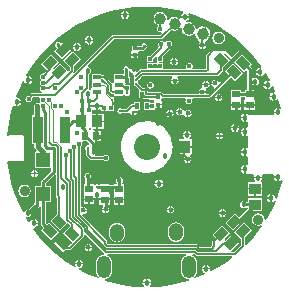
<source format=gbl>
G04 Layer_Physical_Order=4*
G04 Layer_Color=16711680*
%FSLAX25Y25*%
%MOIN*%
G70*
G01*
G75*
%ADD12R,0.01260X0.01260*%
%ADD13R,0.01260X0.01260*%
%ADD14R,0.02520X0.02362*%
%ADD15R,0.02362X0.02520*%
%ADD16R,0.01181X0.01378*%
%ADD17R,0.01378X0.01181*%
%ADD43C,0.00500*%
%ADD44C,0.01000*%
%ADD45C,0.00400*%
%ADD47C,0.00800*%
%ADD48C,0.00700*%
%ADD49C,0.00600*%
%ADD53C,0.03598*%
%ADD54O,0.04921X0.05906*%
%ADD55O,0.04823X0.07480*%
%ADD56C,0.01800*%
%ADD57C,0.01600*%
%ADD58C,0.01000*%
%ADD59C,0.01300*%
%ADD60C,0.01575*%
%ADD61C,0.02800*%
%ADD62C,0.02600*%
%ADD63R,0.03543X0.03937*%
G04:AMPARAMS|DCode=64|XSize=39.37mil|YSize=31.5mil|CornerRadius=0mil|HoleSize=0mil|Usage=FLASHONLY|Rotation=315.000|XOffset=0mil|YOffset=0mil|HoleType=Round|Shape=Rectangle|*
%AMROTATEDRECTD64*
4,1,4,-0.02506,0.00278,-0.00278,0.02506,0.02506,-0.00278,0.00278,-0.02506,-0.02506,0.00278,0.0*
%
%ADD64ROTATEDRECTD64*%

G04:AMPARAMS|DCode=65|XSize=39.37mil|YSize=31.5mil|CornerRadius=0mil|HoleSize=0mil|Usage=FLASHONLY|Rotation=45.000|XOffset=0mil|YOffset=0mil|HoleType=Round|Shape=Rectangle|*
%AMROTATEDRECTD65*
4,1,4,-0.00278,-0.02506,-0.02506,-0.00278,0.00278,0.02506,0.02506,0.00278,-0.00278,-0.02506,0.0*
%
%ADD65ROTATEDRECTD65*%

%ADD66R,0.03937X0.03543*%
%ADD67R,0.04000X0.04000*%
%ADD68C,0.08700*%
%ADD69R,0.03347X0.09055*%
%ADD70R,0.02598X0.01575*%
%ADD71R,0.04724X0.04921*%
%ADD72R,0.01575X0.01969*%
%ADD73R,0.01417X0.01969*%
%ADD74C,0.03937*%
%ADD75C,0.01500*%
G36*
X4074Y46564D02*
X8117Y46032D01*
X12098Y45149D01*
X12159Y45130D01*
X12154Y44677D01*
X12142Y44611D01*
X11691Y44309D01*
X11381Y43846D01*
X11322Y43550D01*
X14078D01*
X14019Y43846D01*
X13872Y44065D01*
X14191Y44489D01*
X15987Y43923D01*
X19754Y42362D01*
X23371Y40479D01*
X26810Y38289D01*
X30045Y35806D01*
X33051Y33051D01*
X35806Y30045D01*
X38289Y26810D01*
X38325Y26753D01*
X38150Y26497D01*
Y24900D01*
Y23522D01*
X38446Y23581D01*
X38909Y23891D01*
X39219Y24354D01*
X39229Y24404D01*
X39758Y24503D01*
X40479Y23371D01*
X40999Y22372D01*
X40652Y21958D01*
X40550Y21978D01*
Y20600D01*
Y19222D01*
X40846Y19281D01*
X41309Y19591D01*
X41619Y20054D01*
X41625Y20087D01*
X42150Y20162D01*
X42362Y19754D01*
X42827Y18632D01*
X42550Y18295D01*
Y16800D01*
Y15422D01*
X42846Y15481D01*
X43309Y15791D01*
X43404Y15933D01*
X43658Y15959D01*
X43961Y15866D01*
X44835Y13093D01*
X44411Y12776D01*
X44346Y12819D01*
X44050Y12878D01*
Y11500D01*
X43800D01*
Y11250D01*
X42422D01*
X42472Y11000D01*
X42452Y10870D01*
X42254Y10500D01*
X34016Y10500D01*
X33809Y10809D01*
X33346Y11119D01*
X33050Y11178D01*
Y9800D01*
Y8422D01*
X33289Y8470D01*
X33450Y8428D01*
X33789Y8247D01*
Y6653D01*
X33450Y6472D01*
X33289Y6430D01*
X33050Y6478D01*
Y5100D01*
Y3722D01*
X33289Y3770D01*
X33450Y3728D01*
X33789Y3547D01*
Y-147D01*
X33450Y-328D01*
X33289Y-370D01*
X33050Y-322D01*
Y-1700D01*
Y-3078D01*
X33289Y-3030D01*
X33450Y-3072D01*
X33789Y-3253D01*
Y-5947D01*
X33450Y-6128D01*
X33289Y-6170D01*
X33050Y-6122D01*
Y-7500D01*
Y-8878D01*
X33289Y-8830D01*
X33450Y-8872D01*
X33789Y-9053D01*
Y-9185D01*
X35493D01*
X35774Y-9643D01*
X35775Y-9685D01*
X35722Y-9950D01*
X38478D01*
X38425Y-9685D01*
X38425Y-9643D01*
X38707Y-9185D01*
X42172Y-9185D01*
X42455Y-9685D01*
X42422Y-9850D01*
X43800D01*
Y-10100D01*
X44050D01*
Y-11478D01*
X44346Y-11419D01*
X44809Y-11109D01*
X44879Y-11005D01*
X45347Y-11205D01*
X45149Y-12098D01*
X43923Y-15987D01*
X43376Y-17306D01*
X42896Y-17160D01*
X42927Y-17000D01*
X42819Y-16454D01*
X42509Y-15991D01*
X42046Y-15681D01*
X41750Y-15622D01*
Y-17000D01*
Y-18378D01*
X42046Y-18319D01*
X42509Y-18009D01*
X42600Y-17874D01*
X43043Y-18111D01*
X42362Y-19754D01*
X40479Y-23371D01*
X39804Y-24431D01*
X39332Y-24241D01*
X39340Y-24200D01*
X39177Y-23381D01*
X38713Y-22686D01*
X38019Y-22223D01*
X37200Y-22060D01*
X36381Y-22223D01*
X35686Y-22686D01*
X35223Y-23381D01*
X35060Y-24200D01*
X35223Y-25019D01*
X35686Y-25714D01*
X36381Y-26177D01*
X37200Y-26340D01*
X38019Y-26177D01*
X38158Y-26085D01*
X38523Y-26442D01*
X38289Y-26810D01*
X35806Y-30045D01*
X33312Y-32767D01*
X32812Y-32573D01*
Y-29988D01*
X35092Y-27708D01*
X32441Y-25057D01*
X29233Y-28265D01*
X31513Y-30545D01*
Y-32669D01*
X29131Y-35051D01*
X28403D01*
X28212Y-34589D01*
X30916Y-31884D01*
X28265Y-29232D01*
X26286Y-31211D01*
X26191Y-31192D01*
X26026Y-30650D01*
X27854Y-28822D01*
X25203Y-26170D01*
X21994Y-29379D01*
X22861Y-30245D01*
X22141Y-30965D01*
X21951Y-31424D01*
Y-32731D01*
X21431Y-33251D01*
X17869D01*
X17159Y-32541D01*
X16700Y-32351D01*
X-9744D01*
X-9776Y-31851D01*
X-9122Y-31764D01*
X-8450Y-31486D01*
X-7874Y-31044D01*
X-7431Y-30467D01*
X-7153Y-29796D01*
X-7058Y-29075D01*
Y-28091D01*
X-7153Y-27370D01*
X-7431Y-26698D01*
X-7874Y-26122D01*
X-8450Y-25679D01*
X-9122Y-25401D01*
X-9843Y-25306D01*
X-10563Y-25401D01*
X-11235Y-25679D01*
X-11811Y-26122D01*
X-12254Y-26698D01*
X-12532Y-27370D01*
X-12627Y-28091D01*
Y-29075D01*
X-12532Y-29796D01*
X-12254Y-30467D01*
X-11811Y-31044D01*
X-11235Y-31486D01*
X-10563Y-31764D01*
X-9909Y-31851D01*
X-9941Y-32351D01*
X-12885D01*
X-13078Y-32158D01*
Y-31554D01*
X-13268Y-31095D01*
X-21396Y-22968D01*
X-21149Y-22507D01*
X-21111Y-22514D01*
X-20604Y-22413D01*
X-20174Y-22126D01*
X-19886Y-21696D01*
X-19835Y-21439D01*
X-21111D01*
Y-21189D01*
X-21361D01*
Y-19913D01*
X-21526Y-19946D01*
X-22026Y-19681D01*
Y160D01*
X-21807Y307D01*
X-21564Y671D01*
X-21478Y1100D01*
X-21564Y1529D01*
X-21571Y1540D01*
X-21304Y2040D01*
X-20005D01*
X-19140Y1176D01*
X-19289Y644D01*
X-19341Y617D01*
X-19600Y669D01*
X-19971Y595D01*
X-20285Y385D01*
X-20495Y71D01*
X-20569Y-300D01*
X-20495Y-671D01*
X-20285Y-985D01*
X-20195Y-1045D01*
Y-2600D01*
X-20021Y-3021D01*
X-19021Y-4021D01*
X-18600Y-4195D01*
X-14425D01*
X-14293Y-4393D01*
X-13929Y-4636D01*
X-13500Y-4721D01*
X-13071Y-4636D01*
X-12707Y-4393D01*
X-12464Y-4029D01*
X-12378Y-3600D01*
X-12464Y-3171D01*
X-12707Y-2807D01*
X-13071Y-2564D01*
X-13500Y-2479D01*
X-13929Y-2564D01*
X-14293Y-2807D01*
X-14425Y-3005D01*
X-17106D01*
X-17241Y-2750D01*
X-17303Y-2505D01*
X-17130Y-2245D01*
X-17057Y-1875D01*
X-17130Y-1504D01*
X-17210Y-1386D01*
Y1214D01*
X-17210Y1214D01*
X-17235Y1340D01*
X-17039Y1657D01*
Y3600D01*
Y5360D01*
X-17437D01*
X-17729Y5860D01*
X-17632Y6032D01*
X-16692D01*
Y8500D01*
Y10968D01*
X-17793D01*
X-18168Y11270D01*
X-18168Y11468D01*
Y12277D01*
X-17872Y12415D01*
X-17668Y12463D01*
X-17246Y12181D01*
X-16950Y12122D01*
Y13500D01*
X-16450D01*
Y12122D01*
X-16154Y12181D01*
X-15691Y12491D01*
X-15672Y12519D01*
X-15172Y12367D01*
Y11911D01*
X-14331D01*
Y13100D01*
X-13831D01*
Y11911D01*
X-13027D01*
X-12991Y11911D01*
X-12573Y12111D01*
X-12490Y12111D01*
X-10828D01*
Y14089D01*
X-11159D01*
Y15019D01*
X-11015Y15115D01*
X-10805Y15429D01*
X-10731Y15800D01*
X-10805Y16171D01*
X-11015Y16485D01*
X-11329Y16695D01*
X-11700Y16769D01*
X-11869Y16735D01*
X-13159Y18024D01*
Y20100D01*
X-13159Y20100D01*
X-13317Y20483D01*
X-13317Y20483D01*
X-13917Y21083D01*
X-14300Y21241D01*
X-14300Y21241D01*
X-14689D01*
X-14968Y21521D01*
X-15043Y21741D01*
Y22172D01*
X-15043Y22287D01*
Y22511D01*
X-14543Y22601D01*
X-12395Y20453D01*
Y18600D01*
X-12221Y18179D01*
X-11762Y17720D01*
X-11341Y17546D01*
X-10958D01*
Y17053D01*
X-7759D01*
Y17216D01*
X-7668Y17287D01*
X-7085Y17315D01*
X-6771Y17105D01*
X-6400Y17031D01*
X-6029Y17105D01*
X-5715Y17315D01*
X-5505Y17629D01*
X-5431Y18000D01*
X-5497Y18328D01*
X-5493Y18362D01*
X-5411Y18828D01*
X-5411D01*
Y20609D01*
X-6989D01*
X-7037Y20691D01*
X-6752Y21191D01*
X-5411D01*
Y22972D01*
X-5599D01*
X-5646Y23212D01*
X-5823Y23477D01*
X-5943Y23597D01*
Y25149D01*
X-5443Y25198D01*
X-5442Y25191D01*
X-5221Y24860D01*
X-4890Y24639D01*
X-4548Y24571D01*
X-4382Y24345D01*
X-4254Y24112D01*
X-4316Y23800D01*
X-4254Y23488D01*
X-4241Y23469D01*
X-4118Y23100D01*
X-4241Y22731D01*
X-4254Y22712D01*
X-4316Y22400D01*
X-4254Y22088D01*
X-4077Y21823D01*
Y21577D01*
X-4254Y21312D01*
X-4316Y21000D01*
X-4254Y20688D01*
X-4077Y20423D01*
X-3812Y20246D01*
X-3533Y20191D01*
X-2443Y19101D01*
X-2587Y18753D01*
X-2587D01*
Y16184D01*
X-1058D01*
X-934Y16060D01*
X-513Y15886D01*
X633D01*
X693Y15796D01*
X1007Y15586D01*
X1378Y15513D01*
X1749Y15586D01*
X1963Y15729D01*
X2443Y15678D01*
X2546Y15646D01*
X2696Y15386D01*
X2611Y15210D01*
X2611Y15173D01*
Y14903D01*
X2111Y14580D01*
X1900Y14622D01*
X1584Y14559D01*
X1084Y14816D01*
Y14816D01*
X-934D01*
Y12247D01*
X1084D01*
X1084Y12247D01*
X1584Y12441D01*
X1900Y12378D01*
X2329Y12464D01*
X2693Y12707D01*
X2908Y13028D01*
X3550D01*
Y14119D01*
X3800D01*
Y14369D01*
X4989D01*
Y15173D01*
X4989Y15210D01*
X4789Y15627D01*
X4789Y15710D01*
Y16062D01*
X5289Y16396D01*
X5388Y16355D01*
X12797D01*
X13064Y15855D01*
X13014Y15779D01*
X12928Y15350D01*
X13014Y14921D01*
X13257Y14557D01*
X13621Y14314D01*
X14050Y14229D01*
X14479Y14314D01*
X14843Y14557D01*
X15086Y14921D01*
X15171Y15350D01*
X15086Y15779D01*
X15036Y15855D01*
X15303Y16355D01*
X20950D01*
X21371Y16529D01*
X28108Y23266D01*
X29379Y21994D01*
X32030Y24646D01*
X28822Y27854D01*
X26170Y25203D01*
X27266Y24107D01*
X24673Y21515D01*
X24130Y21679D01*
X24125Y21707D01*
X23837Y22137D01*
X23407Y22425D01*
X23150Y22476D01*
Y21200D01*
X22900D01*
Y20950D01*
X21624D01*
X21675Y20693D01*
X21963Y20263D01*
X22393Y19975D01*
X22421Y19970D01*
X22585Y19427D01*
X20703Y17545D01*
X20215D01*
X19875Y18045D01*
X19876Y18050D01*
X17324D01*
X17325Y18045D01*
X16985Y17545D01*
X5635D01*
X5138Y18043D01*
X4717Y18217D01*
X2883D01*
X2831Y18195D01*
X2071D01*
X1875Y18276D01*
X881D01*
X433Y18596D01*
Y18681D01*
X258Y19102D01*
X-64Y19424D01*
X-485Y19598D01*
X-1256D01*
X-2691Y21033D01*
X-2746Y21312D01*
X-2923Y21577D01*
Y21823D01*
X-2746Y22088D01*
X-2703Y22305D01*
X-2644Y22329D01*
X-2029Y22944D01*
X-1969Y23089D01*
X-1429Y23629D01*
X8448D01*
X8600Y23129D01*
X8463Y23037D01*
X8175Y22607D01*
X8124Y22350D01*
X10676D01*
X10625Y22607D01*
X10337Y23037D01*
X10200Y23129D01*
X10352Y23629D01*
X23424D01*
X23845Y23803D01*
X25345Y25303D01*
X25520Y25724D01*
Y26487D01*
X27854Y28822D01*
X25934Y30742D01*
X26098Y31284D01*
X26194Y31304D01*
X28265Y29233D01*
X30916Y31884D01*
X27708Y35092D01*
X25374Y32758D01*
X22162D01*
X21741Y32583D01*
X19979Y30821D01*
X19805Y30400D01*
Y26047D01*
X19653Y25895D01*
X15545D01*
X15277Y26395D01*
X15311Y26446D01*
X15396Y26875D01*
X15311Y27304D01*
X15068Y27668D01*
X14704Y27911D01*
X14275Y27996D01*
X13846Y27911D01*
X13482Y27668D01*
X13239Y27304D01*
X13153Y26875D01*
X13239Y26446D01*
X13272Y26395D01*
X13005Y25895D01*
X5834D01*
X5389Y26028D01*
Y27809D01*
X3753D01*
X3704Y27891D01*
X3984Y28391D01*
X5389D01*
Y30146D01*
X7721Y32478D01*
X7895Y32899D01*
Y33475D01*
X8093Y33607D01*
X8336Y33971D01*
X8422Y34400D01*
X8336Y34829D01*
X8093Y35193D01*
X7729Y35436D01*
X7300Y35522D01*
X6871Y35436D01*
X6507Y35193D01*
X6359Y34972D01*
X5886Y34925D01*
X5789Y34950D01*
X5693Y35093D01*
X5329Y35336D01*
X4900Y35422D01*
X4896Y35893D01*
X5133Y35941D01*
X5365Y36095D01*
X8292Y39022D01*
X8524Y38882D01*
X9416Y38744D01*
X10293Y38959D01*
X11020Y39492D01*
X11308Y39967D01*
X11787Y39792D01*
X11703Y39244D01*
X11917Y38368D01*
X12451Y37640D01*
X13223Y37172D01*
X14114Y37034D01*
X14991Y37249D01*
X15719Y37782D01*
X15735Y37810D01*
X16215Y37635D01*
X16197Y37525D01*
X16431Y36571D01*
X17012Y35779D01*
X17620Y35410D01*
X17663Y34840D01*
X17659Y34832D01*
X17375Y34407D01*
X17324Y34150D01*
X19876D01*
X19825Y34407D01*
X19570Y34789D01*
X19607Y35059D01*
X19694Y35334D01*
X19776Y35354D01*
X20568Y35934D01*
X20945Y36556D01*
X18627Y37400D01*
X18712Y37635D01*
X18477Y37720D01*
X19321Y40039D01*
X18602Y40149D01*
X17648Y39916D01*
X16856Y39335D01*
X16798Y39240D01*
X16319Y39414D01*
X16324Y39446D01*
X16110Y40322D01*
X15576Y41050D01*
X14805Y41518D01*
X13913Y41656D01*
X13404Y41531D01*
X13246Y41981D01*
X13709Y42291D01*
X14019Y42754D01*
X14078Y43050D01*
X11322D01*
X11336Y42981D01*
X10912Y42777D01*
X10869Y42766D01*
X10106Y43229D01*
X9214Y43366D01*
X8338Y43151D01*
X7610Y42618D01*
X7322Y42143D01*
X6843Y42318D01*
X6927Y42866D01*
X6713Y43743D01*
X6179Y44470D01*
X5408Y44939D01*
X4516Y45076D01*
X3639Y44861D01*
X2911Y44328D01*
X2443Y43556D01*
X2306Y42664D01*
X2520Y41788D01*
X3054Y41060D01*
X3657Y40694D01*
X3718Y40491D01*
X3759Y40189D01*
X3745Y40100D01*
X3564Y39829D01*
X3478Y39400D01*
X3564Y38971D01*
X3807Y38607D01*
X4171Y38364D01*
X4600Y38278D01*
X4877Y38334D01*
X5123Y37873D01*
X4564Y37314D01*
X-11100D01*
X-11373Y37259D01*
X-11605Y37105D01*
X-24087Y24623D01*
X-24465Y24917D01*
X-24275Y25376D01*
Y27098D01*
X-21994Y29379D01*
X-24646Y32030D01*
X-27854Y28822D01*
X-25574Y26542D01*
Y25645D01*
X-25771Y25447D01*
X-26170Y25203D01*
X-28822Y27854D01*
X-30744Y25931D01*
X-31267Y26116D01*
X-31278Y26220D01*
X-29233Y28265D01*
X-31884Y30916D01*
X-35092Y27708D01*
X-33100Y25716D01*
X-34319Y24496D01*
X-34553Y24543D01*
X-34982Y24457D01*
X-35346Y24214D01*
X-35589Y23851D01*
X-35674Y23421D01*
X-35589Y22992D01*
X-35346Y22628D01*
Y22246D01*
X-35589Y21882D01*
X-35674Y21453D01*
X-35589Y21024D01*
X-35346Y20660D01*
Y20277D01*
X-35589Y19914D01*
X-35674Y19484D01*
X-35589Y19055D01*
X-35346Y18691D01*
X-34982Y18448D01*
X-34809Y18414D01*
X-34859Y17914D01*
X-38100D01*
X-38373Y17859D01*
X-38605Y17705D01*
X-39206Y17103D01*
X-39300Y17121D01*
X-39729Y17036D01*
X-40093Y16793D01*
X-40336Y16429D01*
X-40422Y16000D01*
X-40336Y15571D01*
X-40093Y15207D01*
X-39729Y14964D01*
X-39300Y14878D01*
X-38871Y14964D01*
X-38507Y15207D01*
X-38264Y15571D01*
X-38178Y16000D01*
X-38197Y16094D01*
X-37804Y16486D01*
X-35850D01*
X-35582Y15986D01*
X-35589Y15976D01*
X-35674Y15547D01*
X-35589Y15118D01*
X-35526Y15024D01*
X-35645Y14671D01*
X-35998Y14552D01*
X-36092Y14615D01*
X-36521Y14700D01*
X-36950Y14615D01*
X-37314Y14372D01*
X-37557Y14008D01*
X-37643Y13579D01*
X-37592Y13322D01*
Y10628D01*
X-38301D01*
Y972D01*
X-37398D01*
Y128D01*
X-37317Y-282D01*
X-37085Y-630D01*
X-36645Y-1069D01*
X-36837Y-1531D01*
X-37162D01*
Y-7052D01*
X-31838D01*
X-31716Y-7501D01*
Y-7862D01*
X-35077Y-11223D01*
X-35254Y-11488D01*
X-35316Y-11800D01*
X-35316Y-11800D01*
Y-12948D01*
X-37162D01*
Y-17260D01*
X-37254Y-17397D01*
X-37316Y-17709D01*
Y-18827D01*
X-37412Y-18846D01*
X-37677Y-19023D01*
X-37677Y-19023D01*
X-39542Y-20888D01*
X-39600Y-20877D01*
X-40068Y-20970D01*
X-40465Y-21235D01*
X-40730Y-21632D01*
X-40756Y-21758D01*
X-41280Y-21833D01*
X-42362Y-19754D01*
X-43923Y-15987D01*
X-45149Y-12098D01*
X-46032Y-8117D01*
X-46455Y-4900D01*
X-45987Y-4628D01*
X-45906Y-4662D01*
X-41181D01*
X-40951Y-4567D01*
X-40856Y-4337D01*
Y3537D01*
X-40951Y3767D01*
X-41181Y3862D01*
X-45906D01*
X-46076Y3791D01*
X-46568Y3987D01*
X-46564Y4074D01*
X-46032Y8117D01*
X-45149Y12098D01*
X-44652Y13673D01*
X-44077Y13835D01*
X-43846Y13681D01*
X-43550Y13622D01*
Y15000D01*
X-43300D01*
Y15250D01*
X-41922D01*
X-41981Y15546D01*
X-42291Y16009D01*
X-42754Y16319D01*
X-43207Y16409D01*
X-43567Y16845D01*
X-42362Y19754D01*
X-41253Y21885D01*
X-40728Y21811D01*
X-40725Y21793D01*
X-40437Y21363D01*
X-40007Y21075D01*
X-39750Y21024D01*
Y22300D01*
Y23576D01*
X-39757Y23574D01*
X-40064Y24023D01*
X-38289Y26810D01*
X-35806Y30045D01*
X-33051Y33051D01*
X-30045Y35806D01*
X-26810Y38289D01*
X-23371Y40479D01*
X-19754Y42362D01*
X-15987Y43923D01*
X-12098Y45149D01*
X-8117Y46032D01*
X-4074Y46564D01*
X0Y46742D01*
X4074Y46564D01*
D02*
G37*
G36*
X4723Y35386D02*
X4471Y35336D01*
X4107Y35093D01*
X3864Y34729D01*
X3779Y34300D01*
X3864Y33871D01*
X4107Y33507D01*
X3961Y33003D01*
X1149Y30191D01*
X111D01*
Y28409D01*
X2089D01*
Y29447D01*
X2980Y30338D01*
X3411Y30062D01*
Y28409D01*
X3409Y28405D01*
X3192Y27981D01*
X2800Y28059D01*
X2517Y28003D01*
X2371Y27974D01*
X2089Y27828D01*
Y27828D01*
X2089Y27828D01*
X111D01*
Y26047D01*
X-326Y25895D01*
X-2000D01*
X-2421Y25721D01*
X-3106Y25036D01*
X-3533Y25316D01*
X-3530Y25331D01*
X-4500D01*
Y25581D01*
X-4750D01*
Y26551D01*
X-4890Y26523D01*
X-5221Y26302D01*
X-5359Y26095D01*
X-5377Y26095D01*
X-5859Y26241D01*
X-5905Y26471D01*
X-6115Y26785D01*
X-6429Y26995D01*
X-6800Y27069D01*
X-7171Y26995D01*
X-7485Y26785D01*
X-7695Y26471D01*
X-7769Y26100D01*
X-7695Y25729D01*
X-7575Y25550D01*
Y24770D01*
X-7759Y24346D01*
X-10958D01*
Y22287D01*
X-10958Y22172D01*
Y21787D01*
X-10958Y21672D01*
Y21353D01*
X-11087Y21282D01*
X-11457Y21199D01*
X-13938Y23680D01*
X-14359Y23854D01*
X-15043D01*
Y24346D01*
X-18241D01*
Y22287D01*
X-18241Y22172D01*
Y21787D01*
X-18241Y21672D01*
Y19846D01*
X-18441Y19428D01*
X-18441Y19301D01*
X-18899Y19076D01*
X-19131Y19376D01*
X-19086Y19600D01*
Y24367D01*
X-18835Y24535D01*
X-18570Y24932D01*
X-18476Y25400D01*
X-18570Y25868D01*
X-18835Y26265D01*
X-19232Y26530D01*
X-19416Y26567D01*
X-19581Y27110D01*
X-10804Y35886D01*
X4673D01*
X4723Y35386D01*
D02*
G37*
G36*
X-30349Y-9456D02*
Y-16100D01*
X-30159Y-16559D01*
X-29750Y-16969D01*
Y-22366D01*
X-32030Y-24646D01*
X-28822Y-27854D01*
X-26293Y-25325D01*
X-25574Y-26045D01*
Y-26541D01*
X-27854Y-28822D01*
X-24797Y-31879D01*
X-25208Y-32289D01*
X-28265Y-29233D01*
X-30916Y-31884D01*
X-27708Y-35092D01*
X-26814Y-34198D01*
X-26449Y-34349D01*
X-25700D01*
X-25241Y-34159D01*
X-21141Y-30059D01*
X-20951Y-29600D01*
Y-29321D01*
X-20489Y-29130D01*
X-14163Y-35456D01*
X-14164Y-35521D01*
X-14175Y-35590D01*
X-14304Y-35954D01*
X-14881Y-36030D01*
X-15541Y-36303D01*
X-16107Y-36737D01*
X-16542Y-37304D01*
X-16815Y-37963D01*
X-16908Y-38671D01*
Y-41329D01*
X-16815Y-42037D01*
X-16542Y-42696D01*
X-16107Y-43262D01*
X-15911Y-43413D01*
X-16163Y-43850D01*
X-19754Y-42362D01*
X-22797Y-40778D01*
X-22630Y-40302D01*
X-22500Y-40327D01*
X-21954Y-40219D01*
X-21491Y-39909D01*
X-21181Y-39446D01*
X-21122Y-39150D01*
X-23878D01*
X-23819Y-39446D01*
X-23638Y-39716D01*
X-23996Y-40082D01*
X-26810Y-38289D01*
X-30045Y-35806D01*
X-33051Y-33051D01*
X-35806Y-30045D01*
X-37845Y-27389D01*
X-37600Y-26927D01*
X-37054Y-26819D01*
X-36591Y-26509D01*
X-36281Y-26046D01*
X-36222Y-25750D01*
X-37600D01*
Y-25500D01*
X-37850D01*
Y-24122D01*
X-38146Y-24181D01*
X-38609Y-24491D01*
X-38898Y-24923D01*
X-39087Y-24970D01*
X-39439Y-25005D01*
X-40298Y-23656D01*
X-40219Y-23509D01*
X-39963Y-23251D01*
X-39600Y-23324D01*
X-39132Y-23230D01*
X-38735Y-22965D01*
X-38470Y-22568D01*
X-38377Y-22100D01*
X-38388Y-22042D01*
X-36762Y-20416D01*
X-36500D01*
X-36188Y-20354D01*
X-35923Y-20177D01*
X-35816Y-20016D01*
X-35316Y-20115D01*
Y-25649D01*
X-35316Y-25649D01*
X-35254Y-25961D01*
X-35077Y-26226D01*
X-34343Y-26959D01*
X-35092Y-27708D01*
X-31884Y-30916D01*
X-29233Y-28265D01*
X-32441Y-25057D01*
X-33190Y-25806D01*
X-33684Y-25311D01*
Y-18469D01*
X-31838D01*
Y-12948D01*
X-33684D01*
Y-12138D01*
X-30811Y-9265D01*
X-30349Y-9456D01*
D02*
G37*
G36*
X16395Y-36159D02*
X16854Y-36349D01*
X28559D01*
X28720Y-36823D01*
X26810Y-38289D01*
X23371Y-40479D01*
X21523Y-41442D01*
X21279Y-41263D01*
X21132Y-41082D01*
X21178Y-40850D01*
X18422D01*
X18481Y-41146D01*
X18791Y-41609D01*
X19254Y-41919D01*
X19433Y-41954D01*
X19484Y-42474D01*
X16158Y-43852D01*
X15905Y-43415D01*
X16107Y-43261D01*
X16542Y-42694D01*
X16815Y-42035D01*
X16908Y-41327D01*
Y-38669D01*
X16815Y-37962D01*
X16542Y-37302D01*
X16107Y-36735D01*
X15541Y-36301D01*
X15230Y-36172D01*
X15329Y-35672D01*
X15908D01*
X16395Y-36159D01*
D02*
G37*
G36*
X13116Y-36172D02*
X12806Y-36301D01*
X12239Y-36735D01*
X11805Y-37302D01*
X11532Y-37962D01*
X11438Y-38669D01*
Y-41327D01*
X11532Y-42035D01*
X11805Y-42694D01*
X12239Y-43261D01*
X12806Y-43695D01*
X13465Y-43968D01*
X13969Y-44035D01*
X14014Y-44545D01*
X12098Y-45149D01*
X8117Y-46032D01*
X4074Y-46564D01*
X1190Y-46690D01*
X1033Y-46271D01*
X1018Y-46197D01*
X1319Y-45746D01*
X1378Y-45450D01*
X-1378D01*
X-1319Y-45746D01*
X-1018Y-46197D01*
X-1033Y-46271D01*
X-1190Y-46690D01*
X-4074Y-46564D01*
X-8117Y-46032D01*
X-12098Y-45149D01*
X-14009Y-44546D01*
X-13965Y-44036D01*
X-13465Y-43970D01*
X-12806Y-43697D01*
X-12239Y-43262D01*
X-11805Y-42696D01*
X-11532Y-42037D01*
X-11438Y-41329D01*
Y-38671D01*
X-11532Y-37963D01*
X-11805Y-37304D01*
X-12239Y-36737D01*
X-12806Y-36303D01*
X-13121Y-36172D01*
X-13022Y-35672D01*
X13017D01*
X13116Y-36172D01*
D02*
G37*
%LPC*%
G36*
X-6950Y45478D02*
Y44350D01*
X-5822D01*
X-5881Y44646D01*
X-6191Y45109D01*
X-6654Y45419D01*
X-6950Y45478D01*
D02*
G37*
G36*
X-7450D02*
X-7746Y45419D01*
X-8209Y45109D01*
X-8519Y44646D01*
X-8578Y44350D01*
X-7450D01*
Y45478D01*
D02*
G37*
G36*
X-5822Y43850D02*
X-6950D01*
Y42722D01*
X-6654Y42781D01*
X-6191Y43091D01*
X-5881Y43554D01*
X-5822Y43850D01*
D02*
G37*
G36*
X-7450D02*
X-8578D01*
X-8519Y43554D01*
X-8209Y43091D01*
X-7746Y42781D01*
X-7450Y42722D01*
Y43850D01*
D02*
G37*
G36*
X19791Y39868D02*
X19032Y37784D01*
X21116Y37026D01*
X21226Y37745D01*
X20993Y38699D01*
X20412Y39491D01*
X19791Y39868D01*
D02*
G37*
G36*
X-18850Y36878D02*
Y35750D01*
X-17722D01*
X-17781Y36046D01*
X-18091Y36509D01*
X-18554Y36819D01*
X-18850Y36878D01*
D02*
G37*
G36*
X-19350D02*
X-19646Y36819D01*
X-20109Y36509D01*
X-20419Y36046D01*
X-20478Y35750D01*
X-19350D01*
Y36878D01*
D02*
G37*
G36*
X-27708Y35092D02*
X-28320Y34480D01*
X-28703Y34540D01*
X-28886Y34621D01*
X-29023Y34827D01*
X-29288Y35004D01*
X-29600Y35066D01*
X-29912Y35004D01*
X-30177Y34827D01*
X-30354Y34562D01*
X-30416Y34250D01*
Y33776D01*
X-30416Y33776D01*
X-30354Y33464D01*
X-30177Y33199D01*
X-29889Y32911D01*
X-30916Y31884D01*
X-28265Y29233D01*
X-25057Y32441D01*
X-27708Y35092D01*
D02*
G37*
G36*
X24100Y38440D02*
X23281Y38277D01*
X22587Y37813D01*
X22123Y37119D01*
X21960Y36300D01*
X22123Y35481D01*
X22587Y34786D01*
X23281Y34323D01*
X24100Y34160D01*
X24919Y34323D01*
X25613Y34786D01*
X26077Y35481D01*
X26240Y36300D01*
X26077Y37119D01*
X25613Y37813D01*
X24919Y38277D01*
X24100Y38440D01*
D02*
G37*
G36*
X-17722Y35250D02*
X-18850D01*
Y34122D01*
X-18554Y34181D01*
X-18091Y34491D01*
X-17781Y34954D01*
X-17722Y35250D01*
D02*
G37*
G36*
X-19350D02*
X-20478D01*
X-20419Y34954D01*
X-20109Y34491D01*
X-19646Y34181D01*
X-19350Y34122D01*
Y35250D01*
D02*
G37*
G36*
X-23050Y34778D02*
Y33650D01*
X-21922D01*
X-21981Y33946D01*
X-22291Y34409D01*
X-22754Y34719D01*
X-23050Y34778D01*
D02*
G37*
G36*
X-23550D02*
X-23846Y34719D01*
X-24309Y34409D01*
X-24619Y33946D01*
X-24678Y33650D01*
X-23550D01*
Y34778D01*
D02*
G37*
G36*
X19876Y33650D02*
X18850D01*
Y32624D01*
X19107Y32675D01*
X19537Y32963D01*
X19825Y33393D01*
X19876Y33650D01*
D02*
G37*
G36*
X18350D02*
X17324D01*
X17375Y33393D01*
X17663Y32963D01*
X18093Y32675D01*
X18350Y32624D01*
Y33650D01*
D02*
G37*
G36*
X-21922Y33150D02*
X-23050D01*
Y32022D01*
X-22754Y32081D01*
X-22291Y32391D01*
X-21981Y32854D01*
X-21922Y33150D01*
D02*
G37*
G36*
X-23550D02*
X-24678D01*
X-24619Y32854D01*
X-24309Y32391D01*
X-23846Y32081D01*
X-23550Y32022D01*
Y33150D01*
D02*
G37*
G36*
X9400Y29725D02*
Y28700D01*
X10425D01*
X10374Y28957D01*
X10087Y29387D01*
X9657Y29674D01*
X9400Y29725D01*
D02*
G37*
G36*
X8900D02*
X8642Y29674D01*
X8212Y29387D01*
X7925Y28957D01*
X7874Y28700D01*
X8900D01*
Y29725D01*
D02*
G37*
G36*
X10425Y28200D02*
X9400D01*
Y27174D01*
X9657Y27225D01*
X10087Y27512D01*
X10374Y27942D01*
X10425Y28200D01*
D02*
G37*
G36*
X8900D02*
X7874D01*
X7925Y27942D01*
X8212Y27512D01*
X8642Y27225D01*
X8900Y27174D01*
Y28200D01*
D02*
G37*
G36*
X37650Y26278D02*
X37354Y26219D01*
X36891Y25909D01*
X36581Y25446D01*
X36522Y25150D01*
X37650D01*
Y26278D01*
D02*
G37*
G36*
Y24650D02*
X36522D01*
X36581Y24354D01*
X36891Y23891D01*
X37354Y23581D01*
X37650Y23522D01*
Y24650D01*
D02*
G37*
G36*
X-39250Y23576D02*
Y22550D01*
X-38224D01*
X-38275Y22807D01*
X-38563Y23237D01*
X-38993Y23525D01*
X-39250Y23576D01*
D02*
G37*
G36*
X22650Y22476D02*
X22393Y22425D01*
X21963Y22137D01*
X21675Y21707D01*
X21624Y21450D01*
X22650D01*
Y22476D01*
D02*
G37*
G36*
X19950Y22076D02*
Y21050D01*
X20976D01*
X20925Y21307D01*
X20637Y21737D01*
X20207Y22025D01*
X19950Y22076D01*
D02*
G37*
G36*
X19450D02*
X19193Y22025D01*
X18763Y21737D01*
X18475Y21307D01*
X18424Y21050D01*
X19450D01*
Y22076D01*
D02*
G37*
G36*
X-38224Y22050D02*
X-39250D01*
Y21024D01*
X-38993Y21075D01*
X-38563Y21363D01*
X-38275Y21793D01*
X-38224Y22050D01*
D02*
G37*
G36*
X40050Y21978D02*
X39754Y21919D01*
X39291Y21609D01*
X38981Y21146D01*
X38922Y20850D01*
X40050D01*
Y21978D01*
D02*
G37*
G36*
X10676Y21850D02*
X9650D01*
Y20824D01*
X9907Y20875D01*
X10337Y21163D01*
X10625Y21593D01*
X10676Y21850D01*
D02*
G37*
G36*
X9150D02*
X8124D01*
X8175Y21593D01*
X8463Y21163D01*
X8893Y20875D01*
X9150Y20824D01*
Y21850D01*
D02*
G37*
G36*
X31884Y30916D02*
X29233Y28265D01*
X32441Y25057D01*
X33047Y25663D01*
X33484Y25393D01*
Y21700D01*
X33484Y21700D01*
X33484Y21700D01*
Y18992D01*
X32740D01*
Y18327D01*
X31360D01*
Y18992D01*
X28240D01*
Y16070D01*
X28240Y16030D01*
X28143Y15570D01*
X28040D01*
Y14139D01*
X29800D01*
X31560D01*
Y15570D01*
X31457D01*
X31360Y16030D01*
X31360Y16070D01*
Y16695D01*
X32740D01*
Y16070D01*
X32740Y16030D01*
X32643Y15570D01*
X32540D01*
Y14139D01*
X34300D01*
X36060D01*
Y15570D01*
X35957D01*
X35860Y16030D01*
X35860Y16070D01*
Y18992D01*
X35116D01*
Y20480D01*
X35616Y20747D01*
X35732Y20670D01*
X36200Y20576D01*
X36668Y20670D01*
X37065Y20935D01*
X37330Y21332D01*
X37424Y21800D01*
X37330Y22268D01*
X37065Y22665D01*
X36668Y22930D01*
X36200Y23023D01*
X35732Y22930D01*
X35616Y22853D01*
X35116Y23120D01*
Y25849D01*
X35053Y26161D01*
X34877Y26426D01*
X34877Y26426D01*
X34343Y26959D01*
X35092Y27708D01*
X31884Y30916D01*
D02*
G37*
G36*
X1276Y21684D02*
X851Y21600D01*
X492Y21360D01*
X251Y21000D01*
X167Y20576D01*
X251Y20151D01*
X492Y19792D01*
X851Y19551D01*
X1276Y19467D01*
X1700Y19551D01*
X2060Y19792D01*
X2300Y20151D01*
X2384Y20576D01*
X2300Y21000D01*
X2060Y21360D01*
X1700Y21600D01*
X1276Y21684D01*
D02*
G37*
G36*
X40050Y20350D02*
X38922D01*
X38981Y20054D01*
X39291Y19591D01*
X39754Y19281D01*
X40050Y19222D01*
Y20350D01*
D02*
G37*
G36*
X20976Y20550D02*
X18424D01*
X18475Y20293D01*
X18606Y20098D01*
X18606Y20091D01*
X18358Y19577D01*
X18093Y19525D01*
X17663Y19237D01*
X17375Y18807D01*
X17324Y18550D01*
X19876D01*
X19825Y18807D01*
X19694Y19002D01*
X19694Y19009D01*
X19942Y19523D01*
X20207Y19575D01*
X20637Y19863D01*
X20925Y20293D01*
X20976Y20550D01*
D02*
G37*
G36*
X42050Y18178D02*
X41754Y18119D01*
X41291Y17809D01*
X40981Y17346D01*
X40922Y17050D01*
X42050D01*
Y18178D01*
D02*
G37*
G36*
X24250Y17776D02*
Y16750D01*
X25276D01*
X25225Y17007D01*
X24937Y17437D01*
X24507Y17725D01*
X24250Y17776D01*
D02*
G37*
G36*
X23750D02*
X23493Y17725D01*
X23063Y17437D01*
X22775Y17007D01*
X22724Y16750D01*
X23750D01*
Y17776D01*
D02*
G37*
G36*
X42050Y16550D02*
X40922D01*
X40981Y16254D01*
X41291Y15791D01*
X41754Y15481D01*
X42050Y15422D01*
Y16550D01*
D02*
G37*
G36*
X25276Y16250D02*
X24250D01*
Y15224D01*
X24507Y15275D01*
X24937Y15563D01*
X25225Y15993D01*
X25276Y16250D01*
D02*
G37*
G36*
X23750D02*
X22724D01*
X22775Y15993D01*
X23063Y15563D01*
X23493Y15275D01*
X23750Y15224D01*
Y16250D01*
D02*
G37*
G36*
X-41922Y14750D02*
X-43050D01*
Y13622D01*
X-42754Y13681D01*
X-42291Y13991D01*
X-41981Y14454D01*
X-41922Y14750D01*
D02*
G37*
G36*
X4989Y13869D02*
X4050D01*
Y13028D01*
X4989D01*
Y13869D01*
D02*
G37*
G36*
X-2066Y14816D02*
X-4084D01*
Y14181D01*
X-4969D01*
X-5428Y13991D01*
X-6669Y12749D01*
X-8032D01*
X-8056Y12785D01*
X-8370Y12995D01*
X-8741Y13069D01*
X-9112Y12995D01*
X-9426Y12785D01*
X-9636Y12471D01*
X-9710Y12100D01*
X-9636Y11729D01*
X-9426Y11415D01*
X-9112Y11205D01*
X-8741Y11131D01*
X-8370Y11205D01*
X-8056Y11415D01*
X-8032Y11451D01*
X-6400D01*
X-6089Y11580D01*
X-5654Y11399D01*
X-5557Y11317D01*
X-5524Y11151D01*
X-5270Y10771D01*
X-4890Y10517D01*
X-4691Y10477D01*
Y11600D01*
X-4441D01*
Y11850D01*
X-3223D01*
X-2935Y12247D01*
X-2066D01*
Y14816D01*
D02*
G37*
G36*
X36060Y13639D02*
X34550D01*
Y12208D01*
X36060D01*
Y13639D01*
D02*
G37*
G36*
X34050D02*
X32540D01*
Y12208D01*
X34050D01*
Y13639D01*
D02*
G37*
G36*
X31560D02*
X30050D01*
Y12208D01*
X31560D01*
Y13639D01*
D02*
G37*
G36*
X29550D02*
X28040D01*
Y12208D01*
X29550D01*
Y13639D01*
D02*
G37*
G36*
X10750Y13076D02*
X10493Y13025D01*
X10063Y12737D01*
X9775Y12307D01*
X9724Y12050D01*
X10750D01*
Y13076D01*
D02*
G37*
G36*
X43550Y12878D02*
X43254Y12819D01*
X42791Y12509D01*
X42481Y12046D01*
X42422Y11750D01*
X43550D01*
Y12878D01*
D02*
G37*
G36*
X13950Y12476D02*
Y11450D01*
X14976D01*
X14925Y11707D01*
X14637Y12137D01*
X14207Y12425D01*
X13950Y12476D01*
D02*
G37*
G36*
X7950Y12376D02*
Y11350D01*
X8976D01*
X8925Y11607D01*
X8637Y12037D01*
X8207Y12325D01*
X7950Y12376D01*
D02*
G37*
G36*
X7450D02*
X7193Y12325D01*
X6763Y12037D01*
X6475Y11607D01*
X6424Y11350D01*
X7450D01*
Y12376D01*
D02*
G37*
G36*
X10750Y11550D02*
X9724D01*
X9775Y11293D01*
X10063Y10863D01*
X10493Y10575D01*
X10750Y10524D01*
Y11550D01*
D02*
G37*
G36*
X-3318Y11350D02*
X-4191D01*
Y10477D01*
X-3992Y10517D01*
X-3612Y10771D01*
X-3358Y11151D01*
X-3318Y11350D01*
D02*
G37*
G36*
X32550Y11178D02*
X32254Y11119D01*
X31791Y10809D01*
X31481Y10346D01*
X31422Y10050D01*
X32550D01*
Y11178D01*
D02*
G37*
G36*
X14976Y10950D02*
X13950D01*
Y9924D01*
X14207Y9975D01*
X14637Y10263D01*
X14925Y10693D01*
X14976Y10950D01*
D02*
G37*
G36*
X11250Y13076D02*
Y11800D01*
Y10524D01*
X11507Y10575D01*
X11937Y10863D01*
X12464Y10751D01*
X12475Y10693D01*
X12763Y10263D01*
X13193Y9975D01*
X13450Y9924D01*
Y11200D01*
Y12476D01*
X13193Y12425D01*
X12763Y12137D01*
X12236Y12249D01*
X12225Y12307D01*
X11937Y12737D01*
X11507Y13025D01*
X11250Y13076D01*
D02*
G37*
G36*
X8976Y10850D02*
X7950D01*
Y9824D01*
X8207Y9875D01*
X8637Y10163D01*
X8925Y10593D01*
X8976Y10850D01*
D02*
G37*
G36*
X7450D02*
X6424D01*
X6475Y10593D01*
X6763Y10163D01*
X7193Y9875D01*
X7450Y9824D01*
Y10850D01*
D02*
G37*
G36*
X-14171Y10968D02*
X-16193D01*
Y8750D01*
X-14171D01*
Y10968D01*
D02*
G37*
G36*
X32550Y9550D02*
X31422D01*
X31481Y9254D01*
X31791Y8791D01*
X32254Y8481D01*
X32550Y8422D01*
Y9550D01*
D02*
G37*
G36*
X29750Y7778D02*
Y6650D01*
X30878D01*
X30819Y6946D01*
X30509Y7409D01*
X30046Y7719D01*
X29750Y7778D01*
D02*
G37*
G36*
X29250D02*
X28954Y7719D01*
X28491Y7409D01*
X28181Y6946D01*
X28122Y6650D01*
X29250D01*
Y7778D01*
D02*
G37*
G36*
X-14171Y8250D02*
X-16193D01*
Y6032D01*
X-14171D01*
Y8250D01*
D02*
G37*
G36*
X32550Y6478D02*
X32254Y6419D01*
X31791Y6109D01*
X31481Y5646D01*
X31422Y5350D01*
X32550D01*
Y6478D01*
D02*
G37*
G36*
X30878Y6150D02*
X29750D01*
Y5022D01*
X30046Y5081D01*
X30509Y5391D01*
X30819Y5854D01*
X30878Y6150D01*
D02*
G37*
G36*
X29250D02*
X28122D01*
X28181Y5854D01*
X28491Y5391D01*
X28954Y5081D01*
X29250Y5022D01*
Y6150D01*
D02*
G37*
G36*
X13650Y5478D02*
Y4350D01*
X14778D01*
X14719Y4646D01*
X14409Y5109D01*
X13946Y5419D01*
X13650Y5478D01*
D02*
G37*
G36*
X13150D02*
X12854Y5419D01*
X12391Y5109D01*
X12081Y4646D01*
X12022Y4350D01*
X13150D01*
Y5478D01*
D02*
G37*
G36*
X24509Y4823D02*
Y3950D01*
X25382D01*
X25342Y4149D01*
X25088Y4529D01*
X24708Y4783D01*
X24509Y4823D01*
D02*
G37*
G36*
X24009D02*
X23810Y4783D01*
X23430Y4529D01*
X23176Y4149D01*
X23136Y3950D01*
X24009D01*
Y4823D01*
D02*
G37*
G36*
X-15108Y5360D02*
X-16539D01*
Y3850D01*
X-15108D01*
Y5360D01*
D02*
G37*
G36*
X32550Y4850D02*
X31422D01*
X31481Y4554D01*
X31791Y4091D01*
X32254Y3781D01*
X32550Y3722D01*
Y4850D01*
D02*
G37*
G36*
X25382Y3450D02*
X24509D01*
Y2577D01*
X24708Y2617D01*
X25088Y2871D01*
X25342Y3251D01*
X25382Y3450D01*
D02*
G37*
G36*
X24009D02*
X23136D01*
X23176Y3251D01*
X23430Y2871D01*
X23810Y2617D01*
X24009Y2577D01*
Y3450D01*
D02*
G37*
G36*
X-15108Y3350D02*
X-16539D01*
Y1840D01*
X-15108D01*
Y3350D01*
D02*
G37*
G36*
X14778Y3850D02*
X12022D01*
X12081Y3554D01*
X12391Y3091D01*
X12526Y3000D01*
X12375Y2500D01*
X10000D01*
Y250D01*
X15000D01*
Y2500D01*
X14425D01*
X14274Y3000D01*
X14409Y3091D01*
X14719Y3554D01*
X14778Y3850D01*
D02*
G37*
G36*
X32550Y-322D02*
X32254Y-381D01*
X31791Y-691D01*
X31481Y-1154D01*
X31422Y-1450D01*
X32550D01*
Y-322D01*
D02*
G37*
G36*
X12250Y-250D02*
X10000D01*
Y-2500D01*
X12250D01*
Y-250D01*
D02*
G37*
G36*
X32550Y-1950D02*
X31422D01*
X31481Y-2246D01*
X31791Y-2709D01*
X32254Y-3019D01*
X32550Y-3078D01*
Y-1950D01*
D02*
G37*
G36*
X15000Y-250D02*
X12750D01*
Y-2660D01*
X12853Y-3000D01*
X12737Y-3078D01*
X12449Y-3508D01*
X12398Y-3765D01*
X14950D01*
X14899Y-3508D01*
X14611Y-3078D01*
X14495Y-3000D01*
X14647Y-2500D01*
X15000D01*
Y-250D01*
D02*
G37*
G36*
X14950Y-4265D02*
X13924D01*
Y-5291D01*
X14181Y-5240D01*
X14611Y-4952D01*
X14899Y-4522D01*
X14950Y-4265D01*
D02*
G37*
G36*
X13424D02*
X12398D01*
X12449Y-4522D01*
X12737Y-4952D01*
X13167Y-5240D01*
X13424Y-5291D01*
Y-4265D01*
D02*
G37*
G36*
X32550Y-6122D02*
X32254Y-6181D01*
X31791Y-6491D01*
X31481Y-6954D01*
X31422Y-7250D01*
X32550D01*
Y-6122D01*
D02*
G37*
G36*
X-37091Y-7677D02*
Y-8550D01*
X-36218D01*
X-36258Y-8351D01*
X-36512Y-7971D01*
X-36892Y-7717D01*
X-37091Y-7677D01*
D02*
G37*
G36*
X-37591D02*
X-37790Y-7717D01*
X-38170Y-7971D01*
X-38424Y-8351D01*
X-38464Y-8550D01*
X-37591D01*
Y-7677D01*
D02*
G37*
G36*
X32550Y-7750D02*
X31422D01*
X31481Y-8046D01*
X31791Y-8509D01*
X32254Y-8819D01*
X32550Y-8878D01*
Y-7750D01*
D02*
G37*
G36*
X3700Y9527D02*
X3562Y9500D01*
X-4500Y9500D01*
X-9500Y4500D01*
X-9500Y-4781D01*
X-2636Y-9500D01*
X4000Y-9500D01*
X9500Y-4000D01*
X9500Y4500D01*
X4500Y9500D01*
X3838D01*
X3700Y9527D01*
D02*
G37*
G36*
X-36218Y-9050D02*
X-37091D01*
Y-9923D01*
X-36892Y-9883D01*
X-36512Y-9629D01*
X-36258Y-9249D01*
X-36218Y-9050D01*
D02*
G37*
G36*
X-37591D02*
X-38464D01*
X-38424Y-9249D01*
X-38170Y-9629D01*
X-37790Y-9883D01*
X-37591Y-9923D01*
Y-9050D01*
D02*
G37*
G36*
X43550Y-10350D02*
X42422D01*
X42481Y-10646D01*
X42791Y-11109D01*
X43254Y-11419D01*
X43550Y-11478D01*
Y-10350D01*
D02*
G37*
G36*
X4250Y-10822D02*
Y-11950D01*
X5378D01*
X5319Y-11654D01*
X5009Y-11191D01*
X4546Y-10881D01*
X4250Y-10822D01*
D02*
G37*
G36*
X3750D02*
X3454Y-10881D01*
X2991Y-11191D01*
X2681Y-11654D01*
X2622Y-11950D01*
X3750D01*
Y-10822D01*
D02*
G37*
G36*
X5378Y-12450D02*
X4250D01*
Y-13578D01*
X4546Y-13519D01*
X5009Y-13209D01*
X5319Y-12746D01*
X5378Y-12450D01*
D02*
G37*
G36*
X3750D02*
X2622D01*
X2681Y-12746D01*
X2991Y-13209D01*
X3454Y-13519D01*
X3750Y-13578D01*
Y-12450D01*
D02*
G37*
G36*
X38478Y-10450D02*
X35722D01*
X35781Y-10746D01*
X36065Y-11171D01*
X36020Y-11364D01*
X35881Y-11671D01*
X33632D01*
Y-13692D01*
X38568D01*
Y-11671D01*
X38319D01*
X38179Y-11364D01*
X38135Y-11171D01*
X38419Y-10746D01*
X38478Y-10450D01*
D02*
G37*
G36*
X38568Y-14193D02*
X36350D01*
Y-16214D01*
X38568D01*
Y-14193D01*
D02*
G37*
G36*
X35850D02*
X33632D01*
Y-16214D01*
X35850D01*
Y-14193D01*
D02*
G37*
G36*
X41250Y-15622D02*
X40954Y-15681D01*
X40491Y-15991D01*
X40181Y-16454D01*
X40122Y-16750D01*
X41250D01*
Y-15622D01*
D02*
G37*
G36*
X-40700Y-12560D02*
X-41519Y-12723D01*
X-42213Y-13186D01*
X-42677Y-13881D01*
X-42840Y-14700D01*
X-42677Y-15519D01*
X-42213Y-16214D01*
X-41519Y-16677D01*
X-40700Y-16840D01*
X-39881Y-16677D01*
X-39186Y-16214D01*
X-38723Y-15519D01*
X-38560Y-14700D01*
X-38723Y-13881D01*
X-39186Y-13186D01*
X-39881Y-12723D01*
X-40700Y-12560D01*
D02*
G37*
G36*
X-19600Y-8578D02*
X-20029Y-8664D01*
X-20393Y-8907D01*
X-20636Y-9271D01*
X-20721Y-9700D01*
X-20636Y-10129D01*
X-20416Y-10459D01*
Y-12408D01*
X-20760D01*
Y-15370D01*
X-20760D01*
X-20857Y-15830D01*
X-20960D01*
Y-17261D01*
X-19200D01*
Y-17511D01*
X-18950D01*
Y-19192D01*
X-17440D01*
Y-17590D01*
X-16946Y-17319D01*
X-16650Y-17378D01*
Y-16000D01*
X-16150D01*
Y-17490D01*
X-15760Y-17810D01*
Y-19292D01*
X-14683D01*
X-14532Y-19792D01*
X-14637Y-19863D01*
X-14925Y-20293D01*
X-14976Y-20550D01*
X-12424D01*
X-12475Y-20293D01*
X-12763Y-19863D01*
X-12868Y-19792D01*
X-12717Y-19292D01*
X-12240D01*
Y-17861D01*
X-14000D01*
Y-17361D01*
X-12240D01*
Y-15930D01*
X-12343D01*
X-12440Y-15470D01*
X-12440D01*
Y-14172D01*
X-10760D01*
Y-15430D01*
X-10760Y-15470D01*
X-10857Y-15930D01*
X-10960D01*
Y-17361D01*
X-9200D01*
X-7440D01*
Y-15930D01*
X-7543D01*
X-7640Y-15470D01*
X-7640Y-15430D01*
Y-12508D01*
X-8243D01*
X-8299Y-12008D01*
X-8235Y-11965D01*
X-7970Y-11568D01*
X-7876Y-11100D01*
X-7970Y-10632D01*
X-8235Y-10235D01*
X-8632Y-9970D01*
X-9100Y-9877D01*
X-9568Y-9970D01*
X-9965Y-10235D01*
X-10230Y-10632D01*
X-10323Y-11100D01*
X-10230Y-11568D01*
X-10016Y-11889D01*
Y-12508D01*
X-10760D01*
Y-12540D01*
X-12440D01*
Y-12508D01*
X-15560D01*
Y-12540D01*
X-16167D01*
X-16285Y-12461D01*
X-16656Y-12387D01*
X-17027Y-12461D01*
X-17140Y-12537D01*
X-17640Y-12408D01*
Y-12408D01*
X-18784D01*
Y-10459D01*
X-18564Y-10129D01*
X-18478Y-9700D01*
X-18564Y-9271D01*
X-18807Y-8907D01*
X-19171Y-8664D01*
X-19600Y-8578D01*
D02*
G37*
G36*
X38368Y-17186D02*
X33832D01*
Y-18284D01*
X33298D01*
X33265Y-18235D01*
X32868Y-17970D01*
X32400Y-17876D01*
X31932Y-17970D01*
X31535Y-18235D01*
X31270Y-18632D01*
X31176Y-19100D01*
X31270Y-19568D01*
X31535Y-19965D01*
X31932Y-20230D01*
X32400Y-20324D01*
X32868Y-20230D01*
X33232Y-19987D01*
X33503Y-20034D01*
X33639Y-20565D01*
X30794Y-23410D01*
X29378Y-21994D01*
X26170Y-25203D01*
X28822Y-27854D01*
X32030Y-24646D01*
X31947Y-24564D01*
X35182Y-21329D01*
X38368D01*
Y-17186D01*
D02*
G37*
G36*
X41250Y-17250D02*
X40122D01*
X40181Y-17546D01*
X40491Y-18009D01*
X40954Y-18319D01*
X41250Y-18378D01*
Y-17250D01*
D02*
G37*
G36*
X-19450Y-17761D02*
X-20960D01*
Y-19192D01*
X-19450D01*
Y-17761D01*
D02*
G37*
G36*
X-7440Y-17861D02*
X-8950D01*
Y-19292D01*
X-7440D01*
Y-17861D01*
D02*
G37*
G36*
X-9450D02*
X-10960D01*
Y-19292D01*
X-9450D01*
Y-17861D01*
D02*
G37*
G36*
X8250Y-19624D02*
Y-20650D01*
X9276D01*
X9225Y-20393D01*
X8937Y-19963D01*
X8507Y-19675D01*
X8250Y-19624D01*
D02*
G37*
G36*
X7750D02*
X7493Y-19675D01*
X7063Y-19963D01*
X6775Y-20393D01*
X6724Y-20650D01*
X7750D01*
Y-19624D01*
D02*
G37*
G36*
X-20861Y-19913D02*
Y-20939D01*
X-19835D01*
X-19886Y-20682D01*
X-20174Y-20252D01*
X-20604Y-19964D01*
X-20861Y-19913D01*
D02*
G37*
G36*
X25550Y-20724D02*
Y-21750D01*
X26576D01*
X26525Y-21493D01*
X26237Y-21063D01*
X25807Y-20775D01*
X25550Y-20724D01*
D02*
G37*
G36*
X25050D02*
X24793Y-20775D01*
X24363Y-21063D01*
X24075Y-21493D01*
X24024Y-21750D01*
X25050D01*
Y-20724D01*
D02*
G37*
G36*
X-12424Y-21050D02*
X-13450D01*
Y-22076D01*
X-13193Y-22025D01*
X-12763Y-21737D01*
X-12475Y-21307D01*
X-12424Y-21050D01*
D02*
G37*
G36*
X-13950D02*
X-14976D01*
X-14925Y-21307D01*
X-14637Y-21737D01*
X-14207Y-22025D01*
X-13950Y-22076D01*
Y-21050D01*
D02*
G37*
G36*
X9276Y-21150D02*
X8250D01*
Y-22176D01*
X8507Y-22125D01*
X8937Y-21837D01*
X9225Y-21407D01*
X9276Y-21150D01*
D02*
G37*
G36*
X7750D02*
X6724D01*
X6775Y-21407D01*
X7063Y-21837D01*
X7493Y-22125D01*
X7750Y-22176D01*
Y-21150D01*
D02*
G37*
G36*
X26576Y-22250D02*
X25550D01*
Y-23276D01*
X25807Y-23225D01*
X26237Y-22937D01*
X26525Y-22507D01*
X26576Y-22250D01*
D02*
G37*
G36*
X25050D02*
X24024D01*
X24075Y-22507D01*
X24363Y-22937D01*
X24793Y-23225D01*
X25050Y-23276D01*
Y-22250D01*
D02*
G37*
G36*
X9843Y-25109D02*
X9122Y-25204D01*
X8450Y-25482D01*
X7874Y-25925D01*
X7431Y-26502D01*
X7153Y-27173D01*
X7058Y-27894D01*
Y-28878D01*
X7153Y-29599D01*
X7431Y-30270D01*
X7874Y-30847D01*
X8450Y-31289D01*
X9122Y-31567D01*
X9843Y-31662D01*
X10563Y-31567D01*
X11235Y-31289D01*
X11811Y-30847D01*
X12254Y-30270D01*
X12532Y-29599D01*
X12627Y-28878D01*
Y-27894D01*
X12532Y-27173D01*
X12254Y-26502D01*
X11811Y-25925D01*
X11235Y-25482D01*
X10563Y-25204D01*
X9843Y-25109D01*
D02*
G37*
G36*
X-741Y34669D02*
X-1112Y34595D01*
X-1426Y34385D01*
X-1636Y34071D01*
X-1674Y33880D01*
X-1911Y33642D01*
X-3069D01*
Y33757D01*
X-4929D01*
Y32169D01*
X-5129Y31752D01*
X-5129Y31480D01*
Y30872D01*
X-3999D01*
X-2869D01*
Y31752D01*
X-2477Y32011D01*
X-1573D01*
X-1573Y32011D01*
X-1261Y32073D01*
X-996Y32250D01*
X-459Y32787D01*
X-370Y32805D01*
X-56Y33015D01*
X154Y33329D01*
X228Y33700D01*
X154Y34071D01*
X-56Y34385D01*
X-370Y34595D01*
X-741Y34669D01*
D02*
G37*
G36*
X-2869Y30372D02*
X-3749D01*
Y29492D01*
X-2869D01*
Y30372D01*
D02*
G37*
G36*
X-4249D02*
X-5129D01*
Y29492D01*
X-4249D01*
Y30372D01*
D02*
G37*
G36*
X-4250Y26551D02*
Y25831D01*
X-3530D01*
X-3558Y25971D01*
X-3779Y26302D01*
X-4110Y26523D01*
X-4250Y26551D01*
D02*
G37*
G36*
X-37350Y-24122D02*
Y-25250D01*
X-36222D01*
X-36281Y-24954D01*
X-36591Y-24491D01*
X-37054Y-24181D01*
X-37350Y-24122D01*
D02*
G37*
G36*
X-19150Y-32224D02*
Y-33250D01*
X-18124D01*
X-18175Y-32993D01*
X-18463Y-32563D01*
X-18893Y-32275D01*
X-19150Y-32224D01*
D02*
G37*
G36*
X-19650D02*
X-19907Y-32275D01*
X-20337Y-32563D01*
X-20625Y-32993D01*
X-20676Y-33250D01*
X-19650D01*
Y-32224D01*
D02*
G37*
G36*
X-18124Y-33750D02*
X-19150D01*
Y-34776D01*
X-18893Y-34725D01*
X-18463Y-34437D01*
X-18175Y-34007D01*
X-18124Y-33750D01*
D02*
G37*
G36*
X-19650D02*
X-20676D01*
X-20625Y-34007D01*
X-20337Y-34437D01*
X-19907Y-34725D01*
X-19650Y-34776D01*
Y-33750D01*
D02*
G37*
G36*
X-22250Y-37522D02*
Y-38650D01*
X-21122D01*
X-21181Y-38354D01*
X-21491Y-37891D01*
X-21954Y-37581D01*
X-22250Y-37522D01*
D02*
G37*
G36*
X-22750D02*
X-23046Y-37581D01*
X-23509Y-37891D01*
X-23819Y-38354D01*
X-23878Y-38650D01*
X-22750D01*
Y-37522D01*
D02*
G37*
G36*
X20050Y-39222D02*
Y-40350D01*
X21178D01*
X21119Y-40054D01*
X20809Y-39591D01*
X20346Y-39281D01*
X20050Y-39222D01*
D02*
G37*
G36*
X19550D02*
X19254Y-39281D01*
X18791Y-39591D01*
X18481Y-40054D01*
X18422Y-40350D01*
X19550D01*
Y-39222D01*
D02*
G37*
G36*
X250Y-43822D02*
Y-44950D01*
X1378D01*
X1319Y-44654D01*
X1009Y-44191D01*
X546Y-43881D01*
X250Y-43822D01*
D02*
G37*
G36*
X-250D02*
X-546Y-43881D01*
X-1009Y-44191D01*
X-1319Y-44654D01*
X-1378Y-44950D01*
X-250D01*
Y-43822D01*
D02*
G37*
%LPD*%
D12*
X-3999Y32827D02*
D03*
Y30622D02*
D03*
D13*
X-21502Y12400D02*
D03*
X-19298D02*
D03*
X-21505Y15300D02*
D03*
X-19300D02*
D03*
D14*
X34300Y17511D02*
D03*
Y13889D02*
D03*
X-19200Y-13889D02*
D03*
Y-17511D02*
D03*
X-14000Y-13989D02*
D03*
Y-17611D02*
D03*
X-9200Y-13989D02*
D03*
Y-17611D02*
D03*
X29800Y17511D02*
D03*
Y13889D02*
D03*
D15*
X-20411Y3600D02*
D03*
X-16789D02*
D03*
D16*
X-11719Y13100D02*
D03*
X-14081D02*
D03*
D17*
X4400Y26919D02*
D03*
Y29281D02*
D03*
X1100Y26938D02*
D03*
Y29300D02*
D03*
X-6400Y19719D02*
D03*
Y22081D02*
D03*
X3800Y16481D02*
D03*
Y14119D02*
D03*
D43*
X-16642Y23259D02*
X-14359D01*
X-11800Y20700D01*
Y18600D02*
Y20700D01*
Y18600D02*
X-11341Y18141D01*
X-9358D01*
Y20700D02*
X-8300D01*
X-7319Y19719D01*
X-6400D01*
Y18000D02*
Y19719D01*
X-32162Y25812D02*
Y27986D01*
X-34553Y23421D02*
X-32162Y25812D01*
X4400Y29281D02*
Y29999D01*
X-18600Y-3600D02*
X-13500D01*
X-19600Y-2600D02*
X-18600Y-3600D01*
X-19600Y-2600D02*
Y-300D01*
X28924Y24924D02*
X29100D01*
X22162Y32162D02*
X27986D01*
X20400Y30400D02*
X22162Y32162D01*
X75Y13532D02*
X1869D01*
X-3500Y23800D02*
X-2000Y25300D01*
X-3500Y22400D02*
X-3150Y22750D01*
X-3065D01*
X-2450Y23365D01*
Y23450D01*
X-1676Y24224D01*
X20400Y25800D02*
Y30400D01*
X-2000Y25300D02*
X19900D01*
X20400Y25800D01*
X24924Y25724D02*
Y29100D01*
X23424Y24224D02*
X24924Y25724D01*
X-1676Y24224D02*
X23424D01*
X-3500Y21000D02*
X-1503Y19003D01*
X-485D01*
X-163Y18681D01*
Y17663D02*
Y18681D01*
Y17663D02*
X-100Y17600D01*
X1956D02*
X2862D01*
X-1500Y17469D02*
X-513Y16481D01*
X3800D01*
X-34553Y21453D02*
X-33447D01*
X-29976Y24924D01*
X-29100D01*
X1100Y29300D02*
X4900Y33100D01*
Y34300D01*
X4400Y29999D02*
X7300Y32899D01*
Y34400D01*
X20950Y16950D02*
X28924Y24924D01*
X2862Y17600D02*
X2883Y17622D01*
X5388Y16950D02*
X20950D01*
X4717Y17622D02*
X5388Y16950D01*
X2883Y17622D02*
X4717D01*
X-100Y17600D02*
X800D01*
X881Y17681D01*
X1875D01*
D44*
X-13700Y-20800D02*
Y-17911D01*
X-4500Y25581D02*
X-3999Y26082D01*
Y30622D01*
X-6759Y23259D02*
X-6400Y22900D01*
X-9358Y23259D02*
X-6759D01*
Y26100D01*
X-19600Y-13489D02*
Y-9700D01*
X-9200Y-13989D02*
Y-11200D01*
X-9100Y-11100D01*
X-16656Y-13356D02*
X-9833D01*
X-18025Y-1875D02*
Y1214D01*
X-20411Y3600D02*
X-18025Y1214D01*
X-20411Y3600D02*
Y5611D01*
X-21757Y6957D02*
X-20411Y5611D01*
X-21757Y6957D02*
Y8500D01*
Y10543D01*
X-21500Y10800D01*
X-24572Y8500D02*
X-21757D01*
X-27272Y5800D02*
X-24572Y8500D01*
X-21500Y10800D02*
Y15295D01*
X1100Y26938D02*
X4381D01*
X-34553Y12253D02*
Y13579D01*
X-34500Y-15709D02*
Y-11800D01*
Y-25649D02*
Y-15709D01*
Y-25649D02*
X-32162Y-27987D01*
X-34500Y-11800D02*
X-30900Y-8200D01*
X29800Y17511D02*
X34300D01*
X29800Y13889D02*
X34300D01*
X32162Y27987D02*
X34300Y25849D01*
X-3999Y32827D02*
X-1573D01*
X-700Y33700D01*
X29100Y-24924D02*
X30433D01*
X3800Y12400D02*
Y14119D01*
Y12400D02*
X5100Y11100D01*
X7700D01*
Y8443D02*
Y11100D01*
X6690Y7433D02*
X7700Y8443D01*
X29800Y6700D02*
Y13889D01*
X34400Y21800D02*
X36200D01*
X34300Y21700D02*
X34400Y21800D01*
X34300Y17511D02*
Y21700D01*
Y25849D01*
X32400Y-19100D02*
X35943D01*
X30433Y-24924D02*
X36100Y-19257D01*
X-36500Y-19600D02*
Y-17709D01*
X-37100Y-19600D02*
X-36500D01*
X-39600Y-22100D02*
X-37100Y-19600D01*
X-29600Y33776D02*
Y34250D01*
Y33776D02*
X-27987Y32162D01*
X29500Y6400D02*
X29800Y6700D01*
X-33800Y200D02*
X-33100Y-500D01*
X-30900Y-8200D02*
Y-500D01*
X-33100D02*
X-30900D01*
X-33800Y200D02*
Y11500D01*
X-34553Y12253D02*
X-33800Y11500D01*
D45*
X-11700Y13119D02*
Y15800D01*
X-13700Y17800D02*
X-11700Y15800D01*
X-13700Y17800D02*
Y20100D01*
X-14300Y20700D02*
X-13700Y20100D01*
X-16642Y20700D02*
X-14300D01*
X-28700Y0D02*
Y131D01*
X-30069Y1500D02*
X-28700Y131D01*
X-31200Y1500D02*
X-30069D01*
X-32700Y1700D02*
Y13694D01*
X-31200Y1500D02*
Y12325D01*
X-31916Y13040D02*
X-31200Y12325D01*
X-32584Y15547D02*
X-32584D01*
X-31916Y13040D02*
Y14879D01*
X-32584Y15547D02*
X-31916Y14879D01*
X-34553Y15547D02*
X-32700Y13694D01*
D47*
X4860Y36600D02*
X9315Y41055D01*
X-21505Y15300D02*
Y17895D01*
X-19800Y19600D01*
Y25300D01*
X-11100Y36600D02*
X4860D01*
X-30500Y17200D02*
X-11100Y36600D01*
X-38100Y17200D02*
X-30500D01*
X-39300Y16000D02*
X-38100Y17200D01*
D48*
X-16642Y16258D02*
Y18141D01*
X-17600Y15300D02*
X-16642Y16258D01*
X-19300Y15300D02*
X-17600D01*
X-19300D02*
X-19298Y15298D01*
X-16700Y13500D02*
X-14481D01*
X-14081Y13100D01*
X-19098Y13500D02*
X-16700D01*
X-19298Y12400D02*
Y15298D01*
X-19500Y15500D02*
Y17600D01*
X-16789Y3600D02*
X-16700Y3689D01*
X-16789Y3600D02*
X-16293Y3104D01*
X-16700Y3689D02*
Y13500D01*
X-16293Y3104D02*
X-9506D01*
X-4441Y9197D02*
Y11600D01*
X12500Y-2841D02*
Y0D01*
Y-2841D02*
X13674Y-4015D01*
X-19200Y-17511D02*
X-9300D01*
X18600Y33900D02*
Y37523D01*
D49*
X4600Y39400D02*
Y41100D01*
X-24924Y25376D02*
Y29100D01*
X-29100Y-24924D02*
Y-16700D01*
X-29700Y-16100D02*
X-29100Y-16700D01*
X-24924Y-29100D02*
Y-25776D01*
X-26400Y-24300D02*
X-24924Y-25776D01*
X-27986Y-32162D02*
X-26449Y-33700D01*
X-25700D01*
X-21600Y-29600D01*
Y-27500D01*
X-25500Y-23600D02*
X-21600Y-27500D01*
X-28700Y-10200D02*
X-26400Y-12500D01*
Y-24300D02*
Y-12500D01*
X16700Y-33000D02*
X17600Y-33900D01*
X16364Y-33936D02*
X17227Y-34800D01*
X16177Y-35023D02*
X16854Y-35700D01*
X-13677Y-35023D02*
X16177D01*
X-20700Y-28000D02*
X-13677Y-35023D01*
X-13491Y-33936D02*
X16364D01*
X-19800Y-27627D02*
X-13491Y-33936D01*
X-13154Y-33000D02*
X16700D01*
X-13727Y-32427D02*
X-13154Y-33000D01*
X-20700Y-28000D02*
Y-27127D01*
X-19800Y-27627D02*
Y-26754D01*
X-13727Y-32427D02*
Y-31554D01*
X17600Y-33900D02*
X21700D01*
X22600Y-33000D02*
Y-31424D01*
X21700Y-33900D02*
X22600Y-33000D01*
Y-31424D02*
X24924Y-29100D01*
X17227Y-34800D02*
X23000D01*
X25638Y-32162D01*
X27987D01*
X16854Y-35700D02*
X29400D01*
X32162Y-32938D01*
Y-27986D01*
X-25500Y-23600D02*
Y-11773D01*
X-29700Y-16100D02*
Y0D01*
X-28700Y-10200D02*
Y0D01*
X-26936Y-10336D02*
X-25500Y-11773D01*
X-23576Y-22979D02*
Y-10251D01*
X-24476Y-23351D02*
Y-11524D01*
X-24200Y-9627D02*
X-23576Y-10251D01*
X-4969Y13532D02*
X-3075D01*
X-6400Y12100D02*
X-4969Y13532D01*
X-8700Y12100D02*
X-6400D01*
X4617Y41117D02*
Y42765D01*
X4600Y41100D02*
X4617Y41117D01*
X-29232Y21068D02*
X-24924Y25376D01*
X-32700Y1700D02*
X-31600Y600D01*
X-30300D02*
X-29700Y0D01*
X-31600Y600D02*
X-30300D01*
X-22676Y-22606D02*
Y1200D01*
X-24200Y-9627D02*
Y0D01*
X-25300Y-10700D02*
X-24476Y-11524D01*
Y-23351D02*
X-20700Y-27127D01*
X-23576Y-22979D02*
X-19800Y-26754D01*
X-22676Y-22606D02*
X-13727Y-31554D01*
X-25300Y-10700D02*
Y-1614D01*
X-26936Y-10336D02*
Y-2764D01*
X-34553Y19484D02*
X-32584D01*
X-31000Y21068D01*
X-29232D01*
D53*
X-40700Y-14700D02*
D03*
X24100Y36300D02*
D03*
X37200Y-24200D02*
D03*
D54*
X9843Y-28386D02*
D03*
X-9843Y-28583D02*
D03*
D55*
X14173Y-39998D02*
D03*
X-14173Y-40000D02*
D03*
D56*
X4000Y-12200D02*
D03*
X-16700Y13500D02*
D03*
X-19500Y17600D02*
D03*
X-27956Y-13356D02*
D03*
X-9100Y-11100D02*
D03*
X-19700Y25400D02*
D03*
X43800Y-10100D02*
D03*
X37100Y-10200D02*
D03*
X32800Y-7500D02*
D03*
Y-1700D02*
D03*
Y5100D02*
D03*
Y9800D02*
D03*
X43800Y11500D02*
D03*
X29500Y6400D02*
D03*
X41500Y-17000D02*
D03*
X19800Y-40600D02*
D03*
X0Y-45200D02*
D03*
X-22500Y-38900D02*
D03*
X-37600Y-25500D02*
D03*
X-43300Y15000D02*
D03*
X-7200Y44100D02*
D03*
X12700Y43300D02*
D03*
X37900Y24900D02*
D03*
X40300Y20600D02*
D03*
X42300Y16800D02*
D03*
X36200Y21800D02*
D03*
X32400Y-19100D02*
D03*
X-39600Y-22100D02*
D03*
X-23300Y33400D02*
D03*
X-19100Y35500D02*
D03*
X-16400Y-16000D02*
D03*
X6000Y-3000D02*
D03*
X3700Y8100D02*
D03*
X13400Y4100D02*
D03*
D57*
X-13700Y-20800D02*
D03*
X-34553Y19484D02*
D03*
Y21453D02*
D03*
Y23421D02*
D03*
X-19600Y-9700D02*
D03*
X-13500Y-3600D02*
D03*
X4900Y34300D02*
D03*
X7300Y34400D02*
D03*
X-36521Y13579D02*
D03*
X-34553D02*
D03*
X-27000Y-2700D02*
D03*
X-25600Y-1314D02*
D03*
X-24200Y0D02*
D03*
X-22600Y1100D02*
D03*
X-34553Y15547D02*
D03*
X-32584D02*
D03*
X-30616Y13579D02*
D03*
X-28647D02*
D03*
X-23300Y18200D02*
D03*
X-22000Y23300D02*
D03*
X-21900Y19700D02*
D03*
X1900Y13500D02*
D03*
X13674Y-4015D02*
D03*
X-23141Y4600D02*
D03*
X-19400Y-33500D02*
D03*
X8000Y-20900D02*
D03*
X14050Y15350D02*
D03*
X-39500Y22300D02*
D03*
X9315Y41055D02*
D03*
X14014Y39345D02*
D03*
X4600Y39400D02*
D03*
X14275Y26875D02*
D03*
X25300Y-22000D02*
D03*
X7700Y11100D02*
D03*
X13700Y11200D02*
D03*
X18600Y33900D02*
D03*
X24000Y16500D02*
D03*
X9400Y22100D02*
D03*
X9150Y28450D02*
D03*
X2800Y26938D02*
D03*
X11000Y11800D02*
D03*
X-26700Y11700D02*
D03*
X-39300Y16000D02*
D03*
X-21111Y-21189D02*
D03*
X19700Y20800D02*
D03*
X22900Y21200D02*
D03*
X18600Y18300D02*
D03*
D58*
X-3500Y21000D02*
D03*
Y22400D02*
D03*
Y23800D02*
D03*
X-4500Y25581D02*
D03*
X-29600Y34250D02*
D03*
X-18900Y6000D02*
D03*
D59*
X-6800Y26100D02*
D03*
X-6400Y18000D02*
D03*
X-11700Y15800D02*
D03*
X-16656Y-13356D02*
D03*
X-19600Y-300D02*
D03*
X-18025Y-1875D02*
D03*
X-741Y33700D02*
D03*
X1378Y16481D02*
D03*
X-8741Y12100D02*
D03*
X-4441Y11600D02*
D03*
X24259Y3700D02*
D03*
X-37341Y-8800D02*
D03*
D60*
X1276Y20576D02*
D03*
X-30600Y19500D02*
D03*
D61*
X0Y-2500D02*
D03*
D62*
X-9506Y3104D02*
G03*
X10000Y0I9506J-3104D01*
G01*
X5388Y8424D02*
G03*
X-9506Y3104I-5388J-8424D01*
G01*
X10000Y0D02*
G03*
X6690Y7433I-10000J0D01*
G01*
D02*
G03*
X5388Y8424I-6690J-7433D01*
G01*
D63*
X-21757Y8500D02*
D03*
X-16443D02*
D03*
D64*
X29100Y24924D02*
D03*
X24924Y29100D02*
D03*
X27986Y32162D02*
D03*
X32162Y27987D02*
D03*
X-29100Y-24924D02*
D03*
X-24924Y-29100D02*
D03*
X-27986Y-32162D02*
D03*
X-32162Y-27987D02*
D03*
D65*
X-24924Y29100D02*
D03*
X-29100Y24924D02*
D03*
X-32162Y27986D02*
D03*
X-27987Y32162D02*
D03*
X32162Y-27986D02*
D03*
X27987Y-32162D02*
D03*
X24924Y-29100D02*
D03*
X29100Y-24924D02*
D03*
D66*
X36100Y-19257D02*
D03*
Y-13942D02*
D03*
D67*
X12500Y0D02*
D03*
D68*
X0D02*
D03*
D69*
X-36328Y5800D02*
D03*
X-27272D02*
D03*
D70*
X-9358Y18141D02*
D03*
Y20700D02*
D03*
Y23259D02*
D03*
X-16642D02*
D03*
Y20700D02*
D03*
Y18141D02*
D03*
D71*
X-34500Y-4291D02*
D03*
Y-15709D02*
D03*
D72*
X-1500Y17469D02*
D03*
D73*
X-3075Y13532D02*
D03*
X75D02*
D03*
D74*
X18712Y37635D02*
D03*
X14014Y39345D02*
D03*
X9315Y41055D02*
D03*
X4617Y42765D02*
D03*
D75*
X-36521Y5994D02*
Y13579D01*
X-36328Y128D02*
Y5800D01*
Y128D02*
X-34500Y-1700D01*
Y-4291D02*
Y-1700D01*
M02*

</source>
